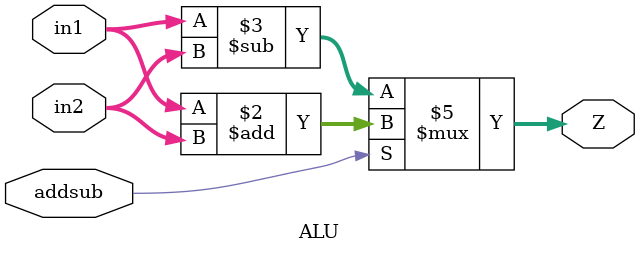
<source format=v>
`timescale 1ns / 1ps


module ALU(
    output reg [7:0] Z, 
    input [7:0] in1, in2, 
    input addsub
    );
    
    always@(*)
    begin
        if(addsub) Z = in1 + in2;
        else Z = in1 - in2;
    end
    
endmodule

</source>
